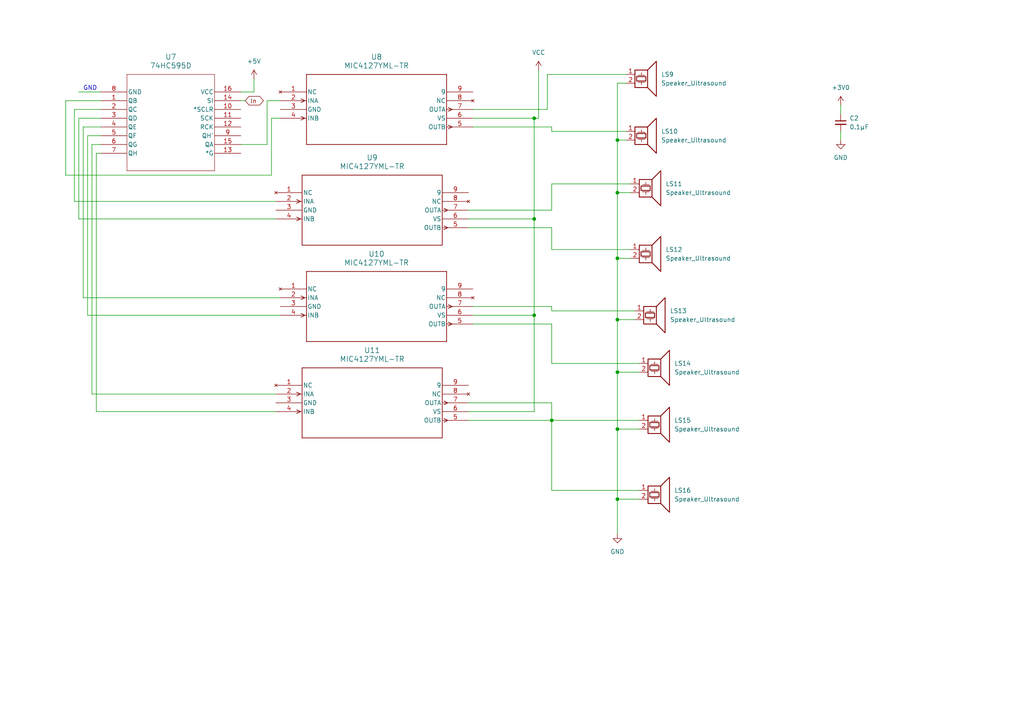
<source format=kicad_sch>
(kicad_sch (version 20250114) (generator "eeschema") (generator_version "9.0")
  (paper "A4")
  (lib_symbols
    (symbol "2025-12-28_09-02-17:MIC4127YML-TR" (pin_names (offset 0.254))
      (property "Reference" "U" (at 27.94 10.16 0))
      (property "Value" "MIC4127YML-TR" (at 27.94 7.62 0))
      (symbol "MIC4127YML-TR_0_1"
        (polyline (pts (xy 7.0993 -2.54) (xy 6.0579 -2.0193)) (stroke (width 0.2032)))
        (polyline (pts (xy 7.0993 -2.54) (xy 6.0579 -3.0607)) (stroke (width 0.2032)))
        (polyline (pts (xy 7.0993 -7.62) (xy 6.0579 -7.0993)) (stroke (width 0.2032)))
        (polyline (pts (xy 7.0993 -7.62) (xy 6.0579 -8.1407)) (stroke (width 0.2032)))
        (polyline (pts (xy 7.62 5.08) (xy 7.62 -15.24)) (stroke (width 0.2032)))
        (polyline (pts (xy 7.62 -15.24) (xy 48.26 -15.24)) (stroke (width 0.2032)))
        (polyline (pts (xy 48.26 5.08) (xy 7.62 5.08)) (stroke (width 0.2032)))
        (polyline (pts (xy 48.26 -15.24) (xy 48.26 5.08)) (stroke (width 0.2032)))
        (polyline (pts (xy 48.7807 -4.5593) (xy 49.8221 -5.08)) (stroke (width 0.2032)))
        (polyline (pts (xy 48.7807 -5.6007) (xy 49.8221 -5.08)) (stroke (width 0.2032)))
        (polyline (pts (xy 48.7807 -9.6393) (xy 49.8221 -10.16)) (stroke (width 0.2032)))
        (polyline (pts (xy 48.7807 -10.6807) (xy 49.8221 -10.16)) (stroke (width 0.2032)))
        (pin no_connect line (at 0 0 0) (length 7.62) (name "NC") (number "1"))
        (pin input line (at 0 -2.54 0) (length 7.62) (name "INA") (number "2"))
        (pin power_in line (at 0 -5.08 0) (length 7.62) (name "GND") (number "3"))
        (pin input line (at 0 -7.62 0) (length 7.62) (name "INB") (number "4"))
        (pin unspecified line (at 55.88 0 180) (length 7.62) (name "9") (number "9"))
        (pin no_connect line (at 55.88 -2.54 180) (length 7.62) (name "NC") (number "8"))
        (pin output line (at 55.88 -5.08 180) (length 7.62) (name "OUTA") (number "7"))
        (pin power_in line (at 55.88 -7.62 180) (length 7.62) (name "VS") (number "6"))
        (pin output line (at 55.88 -10.16 180) (length 7.62) (name "OUTB") (number "5"))
      )
    )
    (symbol "2025-12-28_09-22-42:74HC595D" (pin_names (offset 0.254))
      (property "Reference" "U" (at 20.32 10.16 0))
      (property "Value" "74HC595D" (at 20.32 7.62 0))
      (symbol "74HC595D_0_1"
        (polyline (pts (xy 7.62 5.08) (xy 7.62 -22.86)) (stroke (width 0.127)))
        (polyline (pts (xy 7.62 -22.86) (xy 33.02 -22.86)) (stroke (width 0.127)))
        (polyline (pts (xy 33.02 5.08) (xy 7.62 5.08)) (stroke (width 0.127)))
        (polyline (pts (xy 33.02 -22.86) (xy 33.02 5.08)) (stroke (width 0.127)))
        (pin power_out line (at 0 0 0) (length 7.62) (name "GND") (number "8"))
        (pin output line (at 0 -2.54 0) (length 7.62) (name "QB") (number "1"))
        (pin output line (at 0 -5.08 0) (length 7.62) (name "QC") (number "2"))
        (pin output line (at 0 -7.62 0) (length 7.62) (name "QD") (number "3"))
        (pin output line (at 0 -10.16 0) (length 7.62) (name "QE") (number "4"))
        (pin output line (at 0 -12.7 0) (length 7.62) (name "QF") (number "5"))
        (pin output line (at 0 -15.24 0) (length 7.62) (name "QG") (number "6"))
        (pin output line (at 0 -17.78 0) (length 7.62) (name "QH") (number "7"))
        (pin power_in line (at 40.64 0 180) (length 7.62) (name "VCC") (number "16"))
        (pin input line (at 40.64 -2.54 180) (length 7.62) (name "SI") (number "14"))
        (pin input line (at 40.64 -5.08 180) (length 7.62) (name "*SCLR") (number "10"))
        (pin input line (at 40.64 -7.62 180) (length 7.62) (name "SCK") (number "11"))
        (pin input line (at 40.64 -10.16 180) (length 7.62) (name "RCK") (number "12"))
        (pin output line (at 40.64 -12.7 180) (length 7.62) (name "QH'") (number "9"))
        (pin output line (at 40.64 -15.24 180) (length 7.62) (name "QA") (number "15"))
        (pin input line (at 40.64 -17.78 180) (length 7.62) (name "*G") (number "13"))
      )
    )
    (symbol "Device:C_Small" (pin_numbers (hide yes)) (pin_names (offset 0.254) (hide yes))
      (property "Reference" "C" (at 0.254 1.778 0))
      (property "Value" "C_Small" (at 0.254 -2.032 0))
      (symbol "C_Small_0_1"
        (polyline (pts (xy -1.524 0.508) (xy 1.524 0.508)) (stroke (width 0.3048)))
        (polyline (pts (xy -1.524 -0.508) (xy 1.524 -0.508)) (stroke (width 0.3302)))
      )
      (symbol "C_Small_1_1"
        (pin passive line (at 0 2.54 270) (length 2.032) (name "~") (number "1"))
        (pin passive line (at 0 -2.54 90) (length 2.032) (name "~") (number "2"))
      )
    )
    (symbol "Device:Speaker_Ultrasound" (pin_names (offset 0) (hide yes))
      (property "Reference" "LS" (at 0.635 5.715 0))
      (property "Value" "Speaker_Ultrasound" (at 0.635 3.81 0))
      (symbol "Speaker_Ultrasound_0_0"
        (rectangle (start -2.54 1.27) (end 1.143 -3.81) (stroke (width 0.254)))
        (rectangle (start -2.032 -0.635) (end 0.635 -1.905) (stroke (width 0.254)))
        (polyline (pts (xy -1.651 -0.254) (xy 0.381 -0.254)))
        (polyline (pts (xy -1.651 -2.286) (xy 0.381 -2.286)))
        (polyline (pts (xy -0.635 -0.254) (xy -0.635 0.508)))
        (polyline (pts (xy -0.635 -2.286) (xy -0.635 -3.048)))
        (polyline (pts (xy 1.143 1.27) (xy 3.683 3.81) (xy 3.683 -6.35) (xy 1.143 -3.81)) (stroke (width 0.254)))
      )
      (symbol "Speaker_Ultrasound_1_1"
        (pin input line (at -5.08 0 0) (length 2.54) (name "1") (number "1"))
        (pin input line (at -5.08 -2.54 0) (length 2.54) (name "2") (number "2"))
      )
    )
    (symbol "power:+3V0" (power) (pin_numbers (hide yes)) (pin_names (offset 0) (hide yes))
      (property "Value" "+3V0" (at 0 3.556 0))
      (symbol "+3V0_0_1"
        (polyline (pts (xy -0.762 1.27) (xy 0 2.54)))
        (polyline (pts (xy 0 2.54) (xy 0.762 1.27)))
        (polyline (pts (xy 0 0) (xy 0 2.54)))
      )
      (symbol "+3V0_1_1"
        (pin power_in line (at 0 0 90) (length 0) (name "~") (number "1"))
      )
    )
    (symbol "power:+5V" (power) (pin_numbers (hide yes)) (pin_names (offset 0) (hide yes))
      (property "Value" "+5V" (at 0 3.556 0))
      (symbol "+5V_0_1"
        (polyline (pts (xy -0.762 1.27) (xy 0 2.54)))
        (polyline (pts (xy 0 2.54) (xy 0.762 1.27)))
        (polyline (pts (xy 0 0) (xy 0 2.54)))
      )
      (symbol "+5V_1_1"
        (pin power_in line (at 0 0 90) (length 0) (name "~") (number "1"))
      )
    )
    (symbol "power:GND" (power) (pin_numbers (hide yes)) (pin_names (offset 0) (hide yes))
      (property "Value" "GND" (at 0 -3.81 0))
      (symbol "GND_0_1"
        (polyline (pts (xy 0 0) (xy 0 -1.27) (xy 1.27 -1.27) (xy 0 -2.54) (xy -1.27 -1.27) (xy 0 -1.27)))
      )
      (symbol "GND_1_1"
        (pin power_in line (at 0 0 270) (length 0) (name "~") (number "1"))
      )
    )
    (symbol "power:VCC" (power) (pin_numbers (hide yes)) (pin_names (offset 0) (hide yes))
      (property "Value" "VCC" (at 0 3.556 0))
      (symbol "VCC_0_1"
        (polyline (pts (xy -0.762 1.27) (xy 0 2.54)))
        (polyline (pts (xy 0 2.54) (xy 0.762 1.27)))
        (polyline (pts (xy 0 0) (xy 0 2.54)))
      )
      (symbol "VCC_1_1"
        (pin power_in line (at 0 0 90) (length 0) (name "~") (number "1"))
      )
    )
  )
  (text "GND" (at 26.162 25.654 0) (effects (font (size 1.27 1.27))))
  (junction (at 179.07 144.78))
  (junction (at 160.02 121.92))
  (junction (at 179.07 55.88))
  (junction (at 154.94 63.5))
  (junction (at 179.07 74.93))
  (junction (at 179.07 40.64))
  (junction (at 179.07 107.95))
  (junction (at 179.07 92.71))
  (junction (at 179.07 124.46))
  (junction (at 154.94 91.44))
  (junction (at 154.94 34.29))
  (wire (pts (xy 135.89 121.92) (xy 160.02 121.92)))
  (wire (pts (xy 135.89 116.84) (xy 160.02 116.84)))
  (wire (pts (xy 22.86 34.29) (xy 22.86 63.5)))
  (wire (pts (xy 179.07 107.95) (xy 185.42 107.95)))
  (wire (pts (xy 158.75 31.75) (xy 158.75 21.59)))
  (wire (pts (xy 154.94 34.29) (xy 154.94 63.5)))
  (wire (pts (xy 160.02 66.04) (xy 160.02 72.39)))
  (wire (pts (xy 24.13 36.83) (xy 24.13 86.36)))
  (wire (pts (xy 179.07 124.46) (xy 179.07 144.78)))
  (wire (pts (xy 160.02 142.24) (xy 185.42 142.24)))
  (wire (pts (xy 137.16 31.75) (xy 158.75 31.75)))
  (wire (pts (xy 160.02 93.98) (xy 160.02 105.41)))
  (wire (pts (xy 29.21 44.45) (xy 27.94 44.45)))
  (wire (pts (xy 78.74 34.29) (xy 81.28 34.29)))
  (wire (pts (xy 154.94 63.5) (xy 154.94 91.44)))
  (wire (pts (xy 69.85 26.67) (xy 73.66 26.67)))
  (wire (pts (xy 179.07 24.13) (xy 179.07 40.64)))
  (wire (pts (xy 179.07 92.71) (xy 179.07 107.95)))
  (wire (pts (xy 78.74 50.8) (xy 78.74 34.29)))
  (wire (pts (xy 137.16 93.98) (xy 160.02 93.98)))
  (wire (pts (xy 29.21 39.37) (xy 25.4 39.37)))
  (wire (pts (xy 135.89 66.04) (xy 160.02 66.04)))
  (wire (pts (xy 179.07 40.64) (xy 179.07 55.88)))
  (wire (pts (xy 179.07 124.46) (xy 185.42 124.46)))
  (wire (pts (xy 160.02 105.41) (xy 185.42 105.41)))
  (wire (pts (xy 160.02 60.96) (xy 160.02 53.34)))
  (wire (pts (xy 24.13 86.36) (xy 81.28 86.36)))
  (wire (pts (xy 77.47 29.21) (xy 81.28 29.21)))
  (wire (pts (xy 22.86 26.67) (xy 29.21 26.67)))
  (wire (pts (xy 27.94 44.45) (xy 27.94 119.38)))
  (wire (pts (xy 160.02 121.92) (xy 185.42 121.92)))
  (wire (pts (xy 29.21 36.83) (xy 24.13 36.83)))
  (wire (pts (xy 243.84 38.1) (xy 243.84 40.64)))
  (wire (pts (xy 160.02 88.9) (xy 160.02 90.17)))
  (wire (pts (xy 181.61 24.13) (xy 179.07 24.13)))
  (wire (pts (xy 179.07 144.78) (xy 179.07 154.94)))
  (wire (pts (xy 160.02 116.84) (xy 160.02 121.92)))
  (wire (pts (xy 243.84 30.48) (xy 243.84 33.02)))
  (wire (pts (xy 25.4 91.44) (xy 81.28 91.44)))
  (wire (pts (xy 179.07 74.93) (xy 182.88 74.93)))
  (wire (pts (xy 154.94 91.44) (xy 154.94 119.38)))
  (wire (pts (xy 160.02 90.17) (xy 184.15 90.17)))
  (wire (pts (xy 27.94 119.38) (xy 80.01 119.38)))
  (wire (pts (xy 179.07 55.88) (xy 179.07 74.93)))
  (wire (pts (xy 29.21 31.75) (xy 21.59 31.75)))
  (wire (pts (xy 137.16 91.44) (xy 154.94 91.44)))
  (wire (pts (xy 185.42 144.78) (xy 179.07 144.78)))
  (wire (pts (xy 22.86 63.5) (xy 80.01 63.5)))
  (wire (pts (xy 19.05 50.8) (xy 78.74 50.8)))
  (wire (pts (xy 179.07 92.71) (xy 184.15 92.71)))
  (wire (pts (xy 179.07 55.88) (xy 182.88 55.88)))
  (wire (pts (xy 25.4 39.37) (xy 25.4 91.44)))
  (wire (pts (xy 154.94 34.29) (xy 156.21 34.29)))
  (wire (pts (xy 135.89 63.5) (xy 154.94 63.5)))
  (wire (pts (xy 19.05 29.21) (xy 19.05 50.8)))
  (wire (pts (xy 137.16 36.83) (xy 160.02 36.83)))
  (wire (pts (xy 26.67 41.91) (xy 26.67 114.3)))
  (wire (pts (xy 160.02 72.39) (xy 182.88 72.39)))
  (wire (pts (xy 21.59 31.75) (xy 21.59 58.42)))
  (wire (pts (xy 21.59 58.42) (xy 80.01 58.42)))
  (wire (pts (xy 77.47 41.91) (xy 77.47 29.21)))
  (wire (pts (xy 137.16 88.9) (xy 160.02 88.9)))
  (wire (pts (xy 69.85 29.21) (xy 71.12 29.21)))
  (wire (pts (xy 179.07 40.64) (xy 181.61 40.64)))
  (wire (pts (xy 29.21 41.91) (xy 26.67 41.91)))
  (wire (pts (xy 158.75 21.59) (xy 181.61 21.59)))
  (wire (pts (xy 135.89 119.38) (xy 154.94 119.38)))
  (wire (pts (xy 160.02 36.83) (xy 160.02 38.1)))
  (wire (pts (xy 73.66 22.86) (xy 73.66 26.67)))
  (wire (pts (xy 137.16 34.29) (xy 154.94 34.29)))
  (wire (pts (xy 69.85 41.91) (xy 77.47 41.91)))
  (wire (pts (xy 26.67 114.3) (xy 80.01 114.3)))
  (wire (pts (xy 160.02 121.92) (xy 160.02 142.24)))
  (wire (pts (xy 179.07 107.95) (xy 179.07 124.46)))
  (wire (pts (xy 179.07 74.93) (xy 179.07 92.71)))
  (wire (pts (xy 160.02 53.34) (xy 182.88 53.34)))
  (wire (pts (xy 135.89 60.96) (xy 160.02 60.96)))
  (wire (pts (xy 29.21 29.21) (xy 19.05 29.21)))
  (wire (pts (xy 29.21 34.29) (xy 22.86 34.29)))
  (wire (pts (xy 156.21 20.32) (xy 156.21 34.29)))
  (wire (pts (xy 160.02 38.1) (xy 181.61 38.1)))
  (global_label "In" (shape bidirectional) (at 71.12 29.21 0) (property "Intersheetrefs" "${INTERSHEET_REFS}" (effects (hide yes))))
  (symbol (lib_id "Device:Speaker_Ultrasound") (at 186.69 21.59 0) (unit 1)
    (property "Reference" "LS9" (at 191.77 21.5899 0) (effects (justify left)))
    (property "Value" "Speaker_Ultrasound" (at 191.77 24.1299 0) (effects (justify left)))
    (property "Description" "Ultrasonic transducer" (effects (hide yes)))
  )
  (symbol (lib_id "Device:Speaker_Ultrasound") (at 187.96 72.39 0) (unit 1)
    (property "Reference" "LS12" (at 193.04 72.3899 0) (effects (justify left)))
    (property "Value" "Speaker_Ultrasound" (at 193.04 74.9299 0) (effects (justify left)))
    (property "Description" "Ultrasonic transducer" (effects (hide yes)))
  )
  (symbol (lib_id "power:GND") (at 243.84 40.64 0) (unit 1)
    (property "Reference" "#PWR010" (effects (hide yes)))
    (property "Value" "GND" (at 243.84 45.72 0))
    (property "Description" "Power symbol creates a global label with name \"GND\" , ground" (effects (hide yes)))
  )
  (symbol (lib_id "Device:Speaker_Ultrasound") (at 190.5 121.92 0) (unit 1)
    (property "Reference" "LS15" (at 195.58 121.9199 0) (effects (justify left)))
    (property "Value" "Speaker_Ultrasound" (at 195.58 124.4599 0) (effects (justify left)))
    (property "Description" "Ultrasonic transducer" (effects (hide yes)))
  )
  (symbol (lib_id "2025-12-28_09-02-17:MIC4127YML-TR") (at 80.01 55.88 0) (unit 1)
    (property "Reference" "U9" (at 107.95 45.72 0) (effects (font (size 1.524 1.524))))
    (property "Value" "MIC4127YML-TR" (at 107.95 48.26 0) (effects (font (size 1.524 1.524))))
    (property "Footprint" "MLF-8_ML_MCH" (effects (hide yes)))
    (property "Datasheet" "MIC4127YML-TR" (effects (hide yes)))
  )
  (symbol (lib_id "2025-12-28_09-02-17:MIC4127YML-TR") (at 80.01 111.76 0) (unit 1)
    (property "Reference" "U11" (at 107.95 101.6 0) (effects (font (size 1.524 1.524))))
    (property "Value" "MIC4127YML-TR" (at 107.95 104.14 0) (effects (font (size 1.524 1.524))))
    (property "Footprint" "MLF-8_ML_MCH" (effects (hide yes)))
    (property "Datasheet" "MIC4127YML-TR" (effects (hide yes)))
  )
  (symbol (lib_id "Device:Speaker_Ultrasound") (at 190.5 105.41 0) (unit 1)
    (property "Reference" "LS14" (at 195.58 105.4099 0) (effects (justify left)))
    (property "Value" "Speaker_Ultrasound" (at 195.58 107.9499 0) (effects (justify left)))
    (property "Description" "Ultrasonic transducer" (effects (hide yes)))
  )
  (symbol (lib_id "Device:Speaker_Ultrasound") (at 190.5 142.24 0) (unit 1)
    (property "Reference" "LS16" (at 195.58 142.2399 0) (effects (justify left)))
    (property "Value" "Speaker_Ultrasound" (at 195.58 144.7799 0) (effects (justify left)))
    (property "Description" "Ultrasonic transducer" (effects (hide yes)))
  )
  (symbol (lib_id "Device:Speaker_Ultrasound") (at 187.96 53.34 0) (unit 1)
    (property "Reference" "LS11" (at 193.04 53.3399 0) (effects (justify left)))
    (property "Value" "Speaker_Ultrasound" (at 193.04 55.8799 0) (effects (justify left)))
    (property "Description" "Ultrasonic transducer" (effects (hide yes)))
  )
  (symbol (lib_id "power:+3V0") (at 243.84 30.48 0) (unit 1)
    (property "Reference" "#PWR09" (effects (hide yes)))
    (property "Value" "+3V0" (at 243.84 25.4 0))
    (property "Description" "Power symbol creates a global label with name \"+3V0\"" (effects (hide yes)))
  )
  (symbol (lib_id "2025-12-28_09-02-17:MIC4127YML-TR") (at 81.28 26.67 0) (unit 1)
    (property "Reference" "U8" (at 109.22 16.51 0) (effects (font (size 1.524 1.524))))
    (property "Value" "MIC4127YML-TR" (at 109.22 19.05 0) (effects (font (size 1.524 1.524))))
    (property "Footprint" "MLF-8_ML_MCH" (effects (hide yes)))
    (property "Datasheet" "MIC4127YML-TR" (effects (hide yes)))
  )
  (symbol (lib_id "Device:C_Small") (at 243.84 35.56 0) (unit 1)
    (property "Reference" "C2" (at 246.38 34.2962 0) (effects (justify left)))
    (property "Value" "0.1μF" (at 246.38 36.8362 0) (effects (justify left)))
    (property "Description" "Unpolarized capacitor, small symbol" (effects (hide yes)))
  )
  (symbol (lib_id "power:+5V") (at 73.66 22.86 0) (unit 1)
    (property "Reference" "#PWR06" (effects (hide yes)))
    (property "Value" "+5V" (at 73.66 17.78 0))
    (property "Description" "Power symbol creates a global label with name \"+5V\"" (effects (hide yes)))
  )
  (symbol (lib_id "2025-12-28_09-22-42:74HC595D") (at 29.21 26.67 0) (unit 1)
    (property "Reference" "U7" (at 49.53 16.51 0) (effects (font (size 1.524 1.524))))
    (property "Value" "74HC595D" (at 49.53 19.05 0) (effects (font (size 1.524 1.524))))
    (property "Footprint" "SOIC16_TOS" (effects (hide yes)))
    (property "Datasheet" "https://toshiba.semicon-storage.com/info/docget.jsp?did=36768&prodName=74HC595D" (effects (hide yes)))
  )
  (symbol (lib_id "Device:Speaker_Ultrasound") (at 189.23 90.17 0) (unit 1)
    (property "Reference" "LS13" (at 194.31 90.1699 0) (effects (justify left)))
    (property "Value" "Speaker_Ultrasound" (at 194.31 92.7099 0) (effects (justify left)))
    (property "Description" "Ultrasonic transducer" (effects (hide yes)))
  )
  (symbol (lib_id "power:GND") (at 179.07 154.94 0) (unit 1)
    (property "Reference" "#PWR08" (effects (hide yes)))
    (property "Value" "GND" (at 179.07 160.02 0))
    (property "Description" "Power symbol creates a global label with name \"GND\" , ground" (effects (hide yes)))
  )
  (symbol (lib_id "power:VCC") (at 156.21 20.32 0) (unit 1)
    (property "Reference" "#PWR07" (effects (hide yes)))
    (property "Value" "VCC" (at 156.21 15.24 0))
    (property "Description" "Power symbol creates a global label with name \"VCC\"" (effects (hide yes)))
  )
  (symbol (lib_id "2025-12-28_09-02-17:MIC4127YML-TR") (at 81.28 83.82 0) (unit 1)
    (property "Reference" "U10" (at 109.22 73.66 0) (effects (font (size 1.524 1.524))))
    (property "Value" "MIC4127YML-TR" (at 109.22 76.2 0) (effects (font (size 1.524 1.524))))
    (property "Footprint" "MLF-8_ML_MCH" (effects (hide yes)))
    (property "Datasheet" "MIC4127YML-TR" (effects (hide yes)))
  )
  (symbol (lib_id "Device:Speaker_Ultrasound") (at 186.69 38.1 0) (unit 1)
    (property "Reference" "LS10" (at 191.77 38.0999 0) (effects (justify left)))
    (property "Value" "Speaker_Ultrasound" (at 191.77 40.6399 0) (effects (justify left)))
    (property "Description" "Ultrasonic transducer" (effects (hide yes)))
  )
)
</source>
